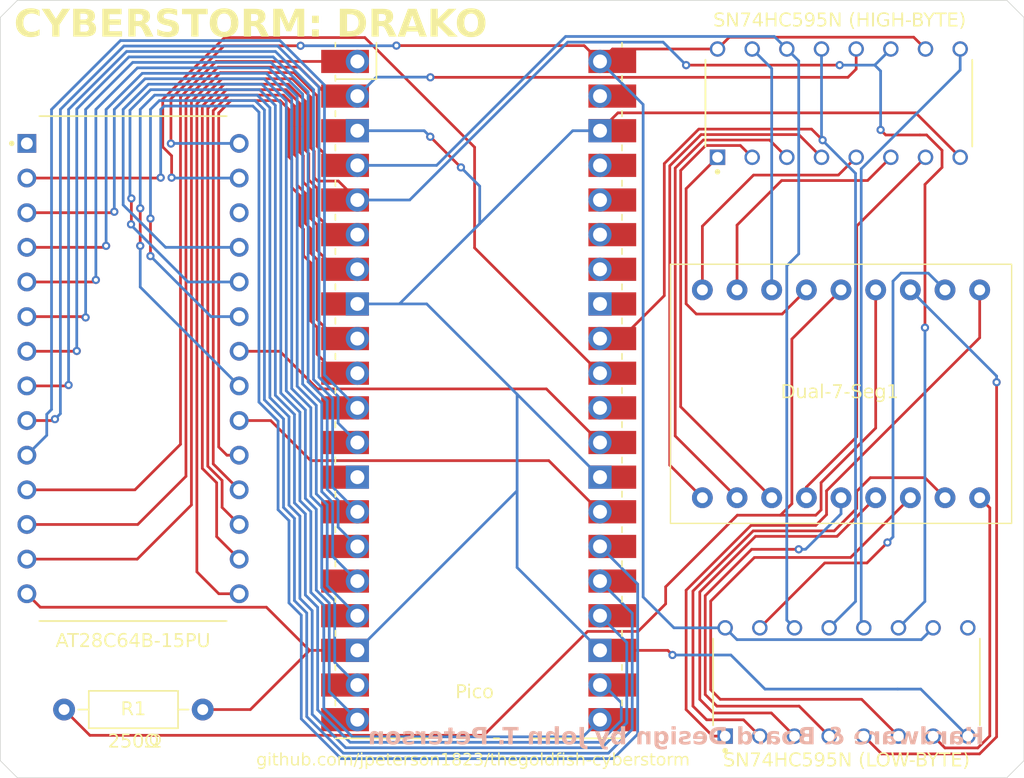
<source format=kicad_pcb>
(kicad_pcb (version 20240108) (generator "pcbnew") (generator_version "8.0")
  (title_block (title "Drako Hardware Challenge") (date "2025-04-21") (rev "2") (comment 1 "Drako Footprint") (comment 2 "CyberStorm 2025"))
  (layers (0 "F.Cu" signal) (31 "B.Cu" signal) (34 "B.Paste" user) (35 "F.Paste" user) (36 "B.SilkS" user "B.Silkscreen") (37 "F.SilkS" user "F.Silkscreen") (38 "B.Mask" user) (39 "F.Mask" user) (44 "Edge.Cuts" user))
  (net 0 "")
  (net 1 "Net-(U1-VBUS)")
  (net 4 "Net-(U1-GPIO27_ADC1)")
  (net 8 "Net-(U2-GND)")
  (net 12 "Net-(Dual-7-Seg1-A_{2})")
  (net 13 "Net-(Dual-7-Seg1-F_{1})")
  (net 14 "Net-(Dual-7-Seg1-B_{2})")
  (net 15 "Net-(Dual-7-Seg1-E_{2})")
  (net 16 "Net-(Dual-7-Seg1-G_{2})")
  (net 17 "Net-(Dual-7-Seg1-DP_{1})")
  (net 18 "Net-(Dual-7-Seg1-GND_{1})")
  (net 19 "Net-(Dual-7-Seg1-A_{1})")
  (net 20 "Net-(Dual-7-Seg1-DP_{2})")
  (net 22 "Net-(Dual-7-Seg1-E_{1})")
  (net 23 "Net-(Dual-7-Seg1-C_{2})")
  (net 24 "Net-(Dual-7-Seg1-B_{1})")
  (net 25 "Net-(Dual-7-Seg1-D_{2})")
  (net 26 "Net-(Dual-7-Seg1-D_{1})")
  (net 27 "Net-(Dual-7-Seg1-F_{2})")
  (net 28 "Net-(Dual-7-Seg1-G_{1})")
  (net 29 "/DATA6")
  (net 30 "/DATA0")
  (net 31 "/DATA2")
  (net 32 "/DATA1")
  (net 33 "/DATA4")
  (net 34 "/DATA3")
  (net 35 "/DATA7")
  (net 36 "/DATA5")
  (net 37 "/A1")
  (net 38 "/A5")
  (net 39 "/A12")
  (net 40 "/A7")
  (net 41 "/A3")
  (net 42 "/A11")
  (net 43 "/A9")
  (net 44 "/A10")
  (net 45 "/A8")
  (net 46 "/A0")
  (net 47 "/A2")
  (net 48 "/A4")
  (net 49 "/A6")
  (net 50 "Net-(U1-GPIO26_ADC0)")
  (net 51 "Net-(U1-GPIO21)")
  (net 52 "Net-(U1-GPIO22)")
  (net 53 "Net-(U3-QH')")
  (net 54 "Net-(Dual-7-Seg1-C_{1})")
  (footprint "Resistor_THT:R_Axial_DIN0207_L6.3mm_D2.5mm_P10.16mm_Horizontal" (layer "F.Cu") (at 80.67 99.25)
    (property "Reference" "R1" (hide yes))
    (property "Value" "250Ω")
  )
  (footprint "SN74HC595N:DIP794W45P254L1969H508Q16" (layer "F.Cu") (at 137.44 54.7875 90)
    (property "Reference" "U3" (hide yes))
    (property "Value" "SN74HC595N (HIGH-BYTE)")
  )
  (footprint "AT28C64B-15PU:DIP1555W45P254L3733H482Q28" (layer "F.Cu") (at 85.72125 74.25)
    (property "Reference" "U2" (hide yes))
    (property "Value" "AT28C64B-15PU")
  )
  (footprint "SN74HC595N:DIP794W45P254L1969H508Q16" (layer "F.Cu") (at 138 97.2275 90)
    (property "Reference" "U4" (hide yes))
    (property "Value" "SN74HC595N (LOW-BYTE)")
  )
  (footprint "MCU_RaspberryPi_and_Boards:RPi_Pico_SMD_TH" (layer "F.Cu") (at 111.05 75.86)
    (property "Reference" "U1" (hide yes))
    (property "Value" "Pico")
  )
  (footprint "LDD-C514RI:LDD-C514RI" (layer "F.Cu") (at 125.1 66.6)
    (property "Reference" "Dual-7-Seg1")
    (property "Value" "~" (hide yes))
  )
  (gr_line (start 76 48.5) (end 77.25 47.25) (stroke (width 0.05)) (layer "Edge.Cuts"))
  (gr_line (start 76 103) (end 77.25 104.25) (stroke (width 0.05)) (layer "Edge.Cuts"))
  (gr_line (start 77.25 104.25) (end 149.75 104.25) (stroke (width 0.05)) (layer "Edge.Cuts"))
  (gr_line (start 149.75 47.25) (end 77.25 47.25) (stroke (width 0.05)) (layer "Edge.Cuts"))
  (gr_line (start 151 103) (end 151 48.5) (stroke (width 0.05)) (layer "Edge.Cuts"))
  (gr_line (start 76 48.5) (end 76 103) (stroke (width 0.05)) (layer "Edge.Cuts"))
  (gr_line (start 149.75 47.25) (end 151 48.5) (stroke (width 0.05)) (layer "Edge.Cuts"))
  (gr_line (start 149.75 104.25) (end 151 103) (stroke (width 0.05)) (layer "Edge.Cuts"))
  (gr_text "Hardware & Board Design by John T. Peterson" (at 148.095 102.0125 0) (layer "B.SilkS") (effects (font (size 1.25 1.25) (thickness 0.2) (bold yes)) (justify left bottom mirror)))
  (gr_text "Ω" (at 86.775738 102.101017 0) (layer "F.SilkS") (effects (font (size 0.9 0.9) (thickness 0.1)) (justify left bottom)))
  (gr_text "github.com/jpeterson1823/thegoldfish-cyberstorm" (at 94.75 103.5 0) (layer "F.SilkS") (effects (font (size 0.9 0.9) (thickness 0.1)) (justify left bottom)))
  (gr_text "CYBERSTORM: DRAKO" (at 77 50.25 0) (layer "F.SilkS") (effects (font (size 2 2) (thickness 0.2) (bold yes) (italic yes)) (justify left bottom)))
  (segment (start 142.925 49.9525) (end 143.79 50.8175) (width 0.2) (layer "F.Cu") (net 1))
  (segment (start 105.019942 50.569404) (end 118.779404 50.569404) (width 0.2) (layer "F.Cu") (net 1))
  (segment (start 120.8525 50.8175) (end 128.55 50.8175) (width 0.2) (layer "F.Cu") (net 1))
  (segment (start 98 50.58) (end 92.394514 50.58) (width 0.2) (layer "F.Cu") (net 1))
  (segment (start 92.394514 50.58) (end 88.5 54.474514) (width 0.2) (layer "F.Cu") (net 1))
  (segment (start 88.5 54.474514) (end 88.5 57.75) (width 0.2) (layer "F.Cu") (net 1))
  (segment (start 119.94 51.73) (end 120.8525 50.8175) (width 0.2) (layer "F.Cu") (net 1))
  (segment (start 129.415 49.9525) (end 142.925 49.9525) (width 0.2) (layer "F.Cu") (net 1))
  (segment (start 118.779404 50.569404) (end 119.94 51.73) (width 0.2) (layer "F.Cu") (net 1))
  (segment (start 128.55 50.8175) (end 129.415 49.9525) (width 0.2) (layer "F.Cu") (net 1))
  (via (at 98 50.58) (size 0.6) (drill 0.3) (layers "F.Cu" "B.Cu") (net 1))
  (via (at 105.019942 50.569404) (size 0.6) (drill 0.3) (layers "F.Cu" "B.Cu") (net 1))
  (via (at 88.5 57.75) (size 0.6) (drill 0.3) (layers "F.Cu" "B.Cu") (net 1))
  (segment (start 129.11 93.2575) (end 129.975 94.1225) (width 0.2) (layer "B.Cu") (net 1))
  (segment (start 129.975 94.1225) (end 143.485 94.1225) (width 0.2) (layer "B.Cu") (net 1))
  (segment (start 125.3575 93.2575) (end 123.1 91) (width 0.2) (layer "B.Cu") (net 1))
  (segment (start 105.009346 50.58) (end 105.019942 50.569404) (width 0.2) (layer "B.Cu") (net 1))
  (segment (start 98 50.58) (end 105.009346 50.58) (width 0.2) (layer "B.Cu") (net 1))
  (segment (start 93.5 57.74) (end 88.51 57.74) (width 0.2) (layer "B.Cu") (net 1))
  (segment (start 88.51 57.74) (end 88.5 57.75) (width 0.2) (layer "B.Cu") (net 1))
  (segment (start 123.1 91) (end 123.1 54.89) (width 0.2) (layer "B.Cu") (net 1))
  (segment (start 123.1 54.89) (end 119.94 51.73) (width 0.2) (layer "B.Cu") (net 1))
  (segment (start 143.485 94.1225) (end 144.35 93.2575) (width 0.2) (layer "B.Cu") (net 1))
  (segment (start 129.11 93.2575) (end 125.3575 93.2575) (width 0.2) (layer "B.Cu") (net 1))
  (segment (start 127.176128 56.6925) (end 124.65 59.21863) (width 0.2) (layer "F.Cu") (net 4))
  (segment (start 135.4425 56.6925) (end 127.176128 56.6925) (width 0.2) (layer "F.Cu") (net 4))
  (segment (start 124.65 68.9) (end 121.5 72.05) (width 0.2) (layer "F.Cu") (net 4))
  (segment (start 124.65 59.21863) (end 124.65 68.9) (width 0.2) (layer "F.Cu") (net 4))
  (segment (start 136.25 57.5) (end 135.4425 56.6925) (width 0.2) (layer "F.Cu") (net 4))
  (segment (start 121.5 72.05) (end 119.94 72.05) (width 0.2) (layer "F.Cu") (net 4))
  (via (at 136.25 57.5) (size 0.6) (drill 0.3) (layers "F.Cu" "B.Cu") (net 4))
  (segment (start 136.73 93.2575) (end 138.662 91.3255) (width 0.2) (layer "B.Cu") (net 4))
  (segment (start 136.25 57.5) (end 136.17 57.42) (width 0.2) (layer "B.Cu") (net 4))
  (segment (start 138.662 59.932795) (end 136.25 57.520795) (width 0.2) (layer "B.Cu") (net 4))
  (segment (start 136.25 57.520795) (end 136.25 57.5) (width 0.2) (layer "B.Cu") (net 4))
  (segment (start 136.229205 57.5) (end 136.17 57.440795) (width 0.2) (layer "B.Cu") (net 4))
  (segment (start 136.17 57.42) (end 136.17 50.8175) (width 0.2) (layer "B.Cu") (net 4))
  (segment (start 136.25 57.5) (end 136.229205 57.5) (width 0.2) (layer "B.Cu") (net 4))
  (segment (start 138.662 91.3255) (end 138.662 59.932795) (width 0.2) (layer "B.Cu") (net 4))
  (segment (start 94.32 99.25) (end 90.83 99.25) (width 0.2) (layer "F.Cu") (net 8))
  (segment (start 124.91 94.91) (end 119.94 94.91) (width 0.2) (layer "F.Cu") (net 8))
  (segment (start 95.499 91.749) (end 98.66 94.91) (width 0.2) (layer "F.Cu") (net 8))
  (segment (start 78.9315 91.749) (end 95.499 91.749) (width 0.2) (layer "F.Cu") (net 8))
  (segment (start 98.66 94.91) (end 94.32 99.25) (width 0.2) (layer "F.Cu") (net 8))
  (segment (start 98.66 94.91) (end 102.16 94.91) (width 0.2) (layer "F.Cu") (net 8))
  (segment (start 119.94 56.81) (end 121.25 55.5) (width 0.2) (layer "F.Cu") (net 8))
  (segment (start 107.5 57.25) (end 109.75 59.5) (width 0.2) (layer "F.Cu") (net 8))
  (segment (start 77.9425 90.76) (end 78.9315 91.749) (width 0.2) (layer "F.Cu") (net 8))
  (segment (start 125.25 95.25) (end 124.91 94.91) (width 0.2) (layer "F.Cu") (net 8))
  (segment (start 143.0725 55.5) (end 146.33 58.7575) (width 0.2) (layer "F.Cu") (net 8))
  (segment (start 121.25 55.5) (end 143.0725 55.5) (width 0.2) (layer "F.Cu") (net 8))
  (via (at 125.25 95.25) (size 0.6) (drill 0.3) (layers "F.Cu" "B.Cu") (net 8))
  (via (at 107.5 57.25) (size 0.6) (drill 0.3) (layers "F.Cu" "B.Cu") (net 8))
  (via (at 109.75 59.5) (size 0.6) (drill 0.3) (layers "F.Cu" "B.Cu") (net 8))
  (segment (start 109.75 59.5) (end 111.125 60.875) (width 0.2) (layer "B.Cu") (net 8))
  (segment (start 105.24 69.51) (end 111.125 63.625) (width 0.2) (layer "B.Cu") (net 8))
  (segment (start 102.16 56.81) (end 107.06 56.81) (width 0.2) (layer "B.Cu") (net 8))
  (segment (start 111.125 63.625) (end 117.94 56.81) (width 0.2) (layer "B.Cu") (net 8))
  (segment (start 143.4425 97.75) (end 141.75 97.75) (width 0.2) (layer "B.Cu") (net 8))
  (segment (start 146.89 101.1975) (end 143.4425 97.75) (width 0.2) (layer "B.Cu") (net 8))
  (segment (start 129.526346 95.25) (end 125.25 95.25) (width 0.2) (layer "B.Cu") (net 8))
  (segment (start 113.865 83.205) (end 113.865 88.835) (width 0.2) (layer "B.Cu") (net 8))
  (segment (start 141.75 97.75) (end 132.026346 97.75) (width 0.2) (layer "B.Cu") (net 8))
  (segment (start 117.94 56.81) (end 119.94 56.81) (width 0.2) (layer "B.Cu") (net 8))
  (segment (start 113.865 88.835) (end 119.94 94.91) (width 0.2) (layer "B.Cu") (net 8))
  (segment (start 105.24 69.51) (end 107.24 69.51) (width 0.2) (layer "B.Cu") (net 8))
  (segment (start 107.06 56.81) (end 107.5 57.25) (width 0.2) (layer "B.Cu") (net 8))
  (segment (start 132.026346 97.75) (end 129.526346 95.25) (width 0.2) (layer "B.Cu") (net 8))
  (segment (start 107.24 69.51) (end 113.865 76.135) (width 0.2) (layer "B.Cu") (net 8))
  (segment (start 113.865 83.205) (end 113.865 76.135) (width 0.2) (layer "B.Cu") (net 8))
  (segment (start 113.865 76.135) (end 119.94 82.21) (width 0.2) (layer "B.Cu") (net 8))
  (segment (start 102.16 94.91) (end 113.865 83.205) (width 0.2) (layer "B.Cu") (net 8))
  (segment (start 111.125 60.875) (end 111.125 63.625) (width 0.2) (layer "B.Cu") (net 8))
  (segment (start 102.16 69.51) (end 105.24 69.51) (width 0.2) (layer "B.Cu") (net 8))
  (segment (start 139.5 88.5) (end 141 87) (width 0.2) (layer "F.Cu") (net 12))
  (segment (start 136.4075 88.5) (end 139.5 88.5) (width 0.2) (layer "F.Cu") (net 12))
  (segment (start 131.65 93.2575) (end 136.4075 88.5) (width 0.2) (layer "F.Cu") (net 12))
  (via (at 141 87) (size 0.6) (drill 0.3) (layers "F.Cu" "B.Cu") (net 12))
  (segment (start 142 67.25) (end 143.99 67.25) (width 0.2) (layer "B.Cu") (net 12))
  (segment (start 141 87) (end 141.407159 86.592841) (width 0.2) (layer "B.Cu") (net 12))
  (segment (start 141.407159 67.842841) (end 142 67.25) (width 0.2) (layer "B.Cu") (net 12))
  (segment (start 143.99 67.25) (end 145.22 68.48) (width 0.2) (layer "B.Cu") (net 12))
  (segment (start 141.407159 86.592841) (end 141.407159 67.842841) (width 0.2) (layer "B.Cu") (net 12))
  (segment (start 131.188407 60.061593) (end 127.44 63.81) (width 0.2) (layer "F.Cu") (net 13))
  (segment (start 138.71 58.7575) (end 137.405907 60.061593) (width 0.2) (layer "F.Cu") (net 13))
  (segment (start 127.44 63.81) (end 127.44 68.48) (width 0.2) (layer "F.Cu") (net 13))
  (segment (start 137.405907 60.061593) (end 131.188407 60.061593) (width 0.2) (layer "F.Cu") (net 13))
  (segment (start 136.538 84.962) (end 136.538 83.212) (width 0.2) (layer "F.Cu") (net 14))
  (segment (start 129.11 101.1975) (end 128.1975 101.1975) (width 0.2) (layer "F.Cu") (net 14))
  (segment (start 136.538 83.212) (end 147.76 71.99) (width 0.2) (layer "F.Cu") (net 14))
  (segment (start 147.76 71.99) (end 147.76 68.48) (width 0.2) (layer "F.Cu") (net 14))
  (segment (start 126.25 99.25) (end 126.25 90.5) (width 0.2) (layer "F.Cu") (net 14))
  (segment (start 135.75 85.75) (end 136.538 84.962) (width 0.2) (layer "F.Cu") (net 14))
  (segment (start 126.25 90.5) (end 131 85.75) (width 0.2) (layer "F.Cu") (net 14))
  (segment (start 131 85.75) (end 135.75 85.75) (width 0.2) (layer "F.Cu") (net 14))
  (segment (start 128.1975 101.1975) (end 126.25 99.25) (width 0.2) (layer "F.Cu") (net 14))
  (segment (start 134.5325 99) (end 128.5 99) (width 0.2) (layer "F.Cu") (net 15))
  (segment (start 128.5 99) (end 127.65 98.15) (width 0.2) (layer "F.Cu") (net 15))
  (segment (start 127.65 98.15) (end 127.65 90.9) (width 0.2) (layer "F.Cu") (net 15))
  (segment (start 136.73 101.1975) (end 134.5325 99) (width 0.2) (layer "F.Cu") (net 15))
  (segment (start 131.05 87.5) (end 134.5 87.5) (width 0.2) (layer "F.Cu") (net 15))
  (segment (start 127.65 90.9) (end 131.05 87.5) (width 0.2) (layer "F.Cu") (net 15))
  (via (at 134.5 87.5) (size 0.6) (drill 0.3) (layers "F.Cu" "B.Cu") (net 15))
  (segment (start 134.5 87.5) (end 135 87.5) (width 0.2) (layer "B.Cu") (net 15))
  (segment (start 137.6 84.9) (end 137.6 83.72) (width 0.2) (layer "B.Cu") (net 15))
  (segment (start 135 87.5) (end 137.6 84.9) (width 0.2) (layer "B.Cu") (net 15))
  (segment (start 138.3 88.1) (end 142.68 83.72) (width 0.2) (layer "F.Cu") (net 16))
  (segment (start 139.1125 98.5) (end 128.75 98.5) (width 0.2) (layer "F.Cu") (net 16))
  (segment (start 141.81 101.1975) (end 139.1125 98.5) (width 0.2) (layer "F.Cu") (net 16))
  (segment (start 128.05 91.3) (end 131.25 88.1) (width 0.2) (layer "F.Cu") (net 16))
  (segment (start 128.75 98.5) (end 128.05 97.8) (width 0.2) (layer "F.Cu") (net 16))
  (segment (start 131.25 88.1) (end 138.3 88.1) (width 0.2) (layer "F.Cu") (net 16))
  (segment (start 128.05 97.8) (end 128.05 91.3) (width 0.2) (layer "F.Cu") (net 16))
  (segment (start 143.79 58.7575) (end 138.75 63.7975) (width 0.2) (layer "F.Cu") (net 17))
  (segment (start 135.06 82.94) (end 135.06 83.72) (width 0.2) (layer "F.Cu") (net 17))
  (segment (start 138.75 63.7975) (end 138.75 79.25) (width 0.2) (layer "F.Cu") (net 17))
  (segment (start 138.75 79.25) (end 135.06 82.94) (width 0.2) (layer "F.Cu") (net 17))
  (segment (start 133.998 84.159895) (end 133.998 72.082) (width 0.2) (layer "F.Cu") (net 18))
  (segment (start 124.75 90.25) (end 130 85) (width 0.2) (layer "F.Cu") (net 18))
  (segment (start 130 85) (end 133.157895 85) (width 0.2) (layer "F.Cu") (net 18))
  (segment (start 124.75 91.5) (end 124.75 90.25) (width 0.2) (layer "F.Cu") (net 18))
  (segment (start 136.138 84.612) (end 136.138 82.612) (width 0.2) (layer "F.Cu") (net 18))
  (segment (start 122.73 93.52) (end 124.75 91.5) (width 0.2) (layer "F.Cu") (net 18))
  (segment (start 135.75 85) (end 136.138 84.612) (width 0.2) (layer "F.Cu") (net 18))
  (segment (start 140.14 78.61) (end 140.14 68.48) (width 0.2) (layer "F.Cu") (net 18))
  (segment (start 119.03 93.52) (end 122.73 93.52) (width 0.2) (layer "F.Cu") (net 18))
  (segment (start 133.157895 85) (end 135.75 85) (width 0.2) (layer "F.Cu") (net 18))
  (segment (start 111.41 101.14) (end 119.03 93.52) (width 0.2) (layer "F.Cu") (net 18))
  (segment (start 80.67 99.25) (end 82.56 101.14) (width 0.2) (layer "F.Cu") (net 18))
  (segment (start 133.998 72.082) (end 137.6 68.48) (width 0.2) (layer "F.Cu") (net 18))
  (segment (start 82.56 101.14) (end 111.41 101.14) (width 0.2) (layer "F.Cu") (net 18))
  (segment (start 136.138 82.612) (end 140.14 78.61) (width 0.2) (layer "F.Cu") (net 18))
  (segment (start 133.157895 85) (end 133.998 84.159895) (width 0.2) (layer "F.Cu") (net 18))
  (segment (start 131.09 50.8175) (end 132.52 52.2475) (width 0.2) (layer "B.Cu") (net 19))
  (segment (start 132.52 52.2475) (end 132.52 68.48) (width 0.2) (layer "B.Cu") (net 19))
  (segment (start 148.5 84.46) (end 147.76 83.72) (width 0.2) (layer "F.Cu") (net 20))
  (segment (start 144.35 101.1975) (end 145.215 102.0625) (width 0.2) (layer "F.Cu") (net 20))
  (segment (start 148.5 101.184314) (end 148.5 84.46) (width 0.2) (layer "F.Cu") (net 20))
  (segment (start 147.621814 102.0625) (end 148.5 101.184314) (width 0.2) (layer "F.Cu") (net 20))
  (segment (start 145.215 102.0625) (end 147.621814 102.0625) (width 0.2) (layer "F.Cu") (net 20))
  (segment (start 136.17 58.7575) (end 134.505 57.0925) (width 0.2) (layer "F.Cu") (net 22))
  (segment (start 127.341814 57.0925) (end 125.05 59.384315) (width 0.2) (layer "F.Cu") (net 22))
  (segment (start 125.05 59.384315) (end 125.05 81.33) (width 0.2) (layer "F.Cu") (net 22))
  (segment (start 134.505 57.0925) (end 127.341814 57.0925) (width 0.2) (layer "F.Cu") (net 22))
  (segment (start 125.05 81.33) (end 127.44 83.72) (width 0.2) (layer "F.Cu") (net 22))
  (segment (start 137.1 86.15) (end 138.75 84.5) (width 0.2) (layer "F.Cu") (net 23))
  (segment (start 126.75 90.565686) (end 131.165686 86.15) (width 0.2) (layer "F.Cu") (net 23))
  (segment (start 131.65 101.1975) (end 130.4525 100) (width 0.2) (layer "F.Cu") (net 23))
  (segment (start 131.165686 86.15) (end 137.1 86.15) (width 0.2) (layer "F.Cu") (net 23))
  (segment (start 138.75 84.5) (end 138.75 83.25) (width 0.2) (layer "F.Cu") (net 23))
  (segment (start 130.4525 100) (end 127.75 100) (width 0.2) (layer "F.Cu") (net 23))
  (segment (start 138.75 83.25) (end 139.75 82.25) (width 0.2) (layer "F.Cu") (net 23))
  (segment (start 127.75 100) (end 126.75 99) (width 0.2) (layer "F.Cu") (net 23))
  (segment (start 126.75 99) (end 126.75 90.565686) (width 0.2) (layer "F.Cu") (net 23))
  (segment (start 143.75 82.25) (end 145.22 83.72) (width 0.2) (layer "F.Cu") (net 23))
  (segment (start 139.75 82.25) (end 143.75 82.25) (width 0.2) (layer "F.Cu") (net 23))
  (segment (start 126.25 69.5) (end 127 70.25) (width 0.2) (layer "F.Cu") (net 24))
  (segment (start 128.55 58.7575) (end 126.25 61.0575) (width 0.2) (layer "F.Cu") (net 24))
  (segment (start 127 70.25) (end 133.29 70.25) (width 0.2) (layer "F.Cu") (net 24))
  (segment (start 133.29 70.25) (end 135.06 68.48) (width 0.2) (layer "F.Cu") (net 24))
  (segment (start 126.25 61.0575) (end 126.25 69.5) (width 0.2) (layer "F.Cu") (net 24))
  (segment (start 134.19 101.1975) (end 132.4925 99.5) (width 0.2) (layer "F.Cu") (net 25))
  (segment (start 127.25 98.5) (end 127.25 90.631372) (width 0.2) (layer "F.Cu") (net 25))
  (segment (start 131.331372 86.55) (end 137.31 86.55) (width 0.2) (layer "F.Cu") (net 25))
  (segment (start 132.4925 99.5) (end 128.25 99.5) (width 0.2) (layer "F.Cu") (net 25))
  (segment (start 127.25 90.631372) (end 131.331372 86.55) (width 0.2) (layer "F.Cu") (net 25))
  (segment (start 128.25 99.5) (end 127.25 98.5) (width 0.2) (layer "F.Cu") (net 25))
  (segment (start 137.31 86.55) (end 140.14 83.72) (width 0.2) (layer "F.Cu") (net 25))
  (segment (start 132.365 57.4925) (end 127.5075 57.4925) (width 0.2) (layer "F.Cu") (net 26))
  (segment (start 125.45 79.19) (end 129.98 83.72) (width 0.2) (layer "F.Cu") (net 26))
  (segment (start 125.45 59.55) (end 125.45 79.19) (width 0.2) (layer "F.Cu") (net 26))
  (segment (start 127.5075 57.4925) (end 125.45 59.55) (width 0.2) (layer "F.Cu") (net 26))
  (segment (start 133.63 58.7575) (end 132.365 57.4925) (width 0.2) (layer "F.Cu") (net 26))
  (segment (start 140.5725 102.5) (end 147 102.5) (width 0.2) (layer "F.Cu") (net 27))
  (segment (start 147.75 102.5) (end 149 101.25) (width 0.2) (layer "F.Cu") (net 27))
  (segment (start 139.27 101.1975) (end 140.5725 102.5) (width 0.2) (layer "F.Cu") (net 27))
  (segment (start 149 101.25) (end 149 75.25) (width 0.2) (layer "F.Cu") (net 27))
  (segment (start 147 102.5) (end 147.75 102.5) (width 0.2) (layer "F.Cu") (net 27))
  (via (at 149 75.25) (size 0.6) (drill 0.3) (layers "F.Cu" "B.Cu") (net 27))
  (segment (start 149 75.25) (end 149 74.8) (width 0.2) (layer "B.Cu") (net 27))
  (segment (start 149 74.8) (end 142.68 68.48) (width 0.2) (layer "B.Cu") (net 27))
  (segment (start 139.545907 60.461593) (end 133.25 60.461593) (width 0.2) (layer "F.Cu") (net 28))
  (segment (start 129.98 63.731593) (end 129.98 68.48) (width 0.2) (layer "F.Cu") (net 28))
  (segment (start 133.25 60.461593) (end 129.98 63.731593) (width 0.2) (layer "F.Cu") (net 28))
  (segment (start 141.25 58.7575) (end 139.545907 60.461593) (width 0.2) (layer "F.Cu") (net 28))
  (segment (start 98.75 64) (end 98.35 63.6) (width 0.2) (layer "F.Cu") (net 29))
  (segment (start 92.734314 54.2) (end 91.6 55.334314) (width 0.2) (layer "F.Cu") (net 29))
  (segment (start 98.35 63.6) (end 98.35 61.4) (width 0.2) (layer "F.Cu") (net 29))
  (segment (start 96.75 54.2) (end 92.734314 54.2) (width 0.2) (layer "F.Cu") (net 29))
  (segment (start 91.6 55.334314) (end 91.6 81.24) (width 0.2) (layer "F.Cu") (net 29))
  (segment (start 97.55 58.562741) (end 97.55 55) (width 0.2) (layer "F.Cu") (net 29))
  (segment (start 99.21 66.25) (end 98.75 65.79) (width 0.2) (layer "F.Cu") (net 29))
  (segment (start 100.6 72.05) (end 99.21 70.66) (width 0.2) (layer "F.Cu") (net 29))
  (segment (start 97.75 60.8) (end 97.75 58.762741) (width 0.2) (layer "F.Cu") (net 29))
  (segment (start 91.6 81.24) (end 93.5 83.14) (width 0.2) (layer "F.Cu") (net 29))
  (segment (start 97.55 55) (end 96.75 54.2) (width 0.2) (layer "F.Cu") (net 29))
  (segment (start 98.35 61.4) (end 97.75 60.8) (width 0.2) (layer "F.Cu") (net 29))
  (segment (start 97.75 58.762741) (end 97.55 58.562741) (width 0.2) (layer "F.Cu") (net 29))
  (segment (start 102.16 72.05) (end 100.6 72.05) (width 0.2) (layer "F.Cu") (net 29))
  (segment (start 98.75 65.79) (end 98.75 64) (width 0.2) (layer "F.Cu") (net 29))
  (segment (start 99.21 70.66) (end 99.21 66.25) (width 0.2) (layer "F.Cu") (net 29))
  (segment (start 85.86 83.14) (end 89.2 79.8) (width 0.2) (layer "F.Cu") (net 30))
  (segment (start 77.9425 83.14) (end 85.86 83.14) (width 0.2) (layer "F.Cu") (net 30))
  (segment (start 89.2 54.340199) (end 91.810199 51.73) (width 0.2) (layer "F.Cu") (net 30))
  (segment (start 89.2 79.8) (end 89.2 54.340199) (width 0.2) (layer "F.Cu") (net 30))
  (segment (start 91.810199 51.73) (end 102.16 51.73) (width 0.2) (layer "F.Cu") (net 30))
  (segment (start 90 54.671571) (end 92.121571 52.55) (width 0.2) (layer "F.Cu") (net 31))
  (segment (start 97.51 52.55) (end 99.21 54.25) (width 0.2) (layer "F.Cu") (net 31))
  (segment (start 99.21 57.96) (end 100.6 59.35) (width 0.2) (layer "F.Cu") (net 31))
  (segment (start 86.03 88.22) (end 90 84.25) (width 0.2) (layer "F.Cu") (net 31))
  (segment (start 100.6 59.35) (end 102.16 59.35) (width 0.2) (layer "F.Cu") (net 31))
  (segment (start 92.121571 52.55) (end 97.51 52.55) (width 0.2) (layer "F.Cu") (net 31))
  (segment (start 99.21 54.25) (end 99.21 57.96) (width 0.2) (layer "F.Cu") (net 31))
  (segment (start 90 84.25) (end 90 54.671571) (width 0.2) (layer "F.Cu") (net 31))
  (segment (start 77.9425 88.22) (end 86.03 88.22) (width 0.2) (layer "F.Cu") (net 31))
  (segment (start 133.625 92.6925) (end 133.625 66.713) (width 0.2) (layer "B.Cu") (net 31))
  (segment (start 134.19 93.2575) (end 133.625 92.6925) (width 0.2) (layer "B.Cu") (net 31))
  (segment (start 133.625 66.713) (end 134.5 65.838) (width 0.2) (layer "B.Cu") (net 31))
  (segment (start 134.5 65.838) (end 134.5 51.6875) (width 0.2) (layer "B.Cu") (net 31))
  (segment (start 134.5 51.6875) (end 133.63 50.8175) (width 0.2) (layer "B.Cu") (net 31))
  (segment (start 117.415686 49.9) (end 107.965686 59.35) (width 0.2) (layer "B.Cu") (net 31))
  (segment (start 107.965686 59.35) (end 102.16 59.35) (width 0.2) (layer "B.Cu") (net 31))
  (segment (start 133.63 50.8175) (end 132.7125 49.9) (width 0.2) (layer "B.Cu") (net 31))
  (segment (start 132.7125 49.9) (end 117.415686 49.9) (width 0.2) (layer "B.Cu") (net 31))
  (segment (start 89.6 82.15) (end 89.6 54.505885) (width 0.2) (layer "F.Cu") (net 32))
  (segment (start 91.955886 52.15) (end 97.9 52.15) (width 0.2) (layer "F.Cu") (net 32))
  (segment (start 77.9425 85.68) (end 86.07 85.68) (width 0.2) (layer "F.Cu") (net 32))
  (segment (start 138.105605 52.894395) (end 138.71 52.29) (width 0.2) (layer "F.Cu") (net 32))
  (segment (start 97.9 52.15) (end 100.02 54.27) (width 0.2) (layer "F.Cu") (net 32))
  (segment (start 107.510172 52.894395) (end 138.105605 52.894395) (width 0.2) (layer "F.Cu") (net 32))
  (segment (start 100.02 54.27) (end 102.16 54.27) (width 0.2) (layer "F.Cu") (net 32))
  (segment (start 89.6 54.505885) (end 91.955886 52.15) (width 0.2) (layer "F.Cu") (net 32))
  (segment (start 138.71 52.29) (end 138.71 50.8175) (width 0.2) (layer "F.Cu") (net 32))
  (segment (start 86.07 85.68) (end 89.6 82.15) (width 0.2) (layer "F.Cu") (net 32))
  (via (at 107.510172 52.894395) (size 0.6) (drill 0.3) (layers "F.Cu" "B.Cu") (net 32))
  (segment (start 107.495777 52.88) (end 107.510172 52.894395) (width 0.2) (layer "B.Cu") (net 32))
  (segment (start 103.55 52.88) (end 107.495777 52.88) (width 0.2) (layer "B.Cu") (net 32))
  (segment (start 102.16 54.27) (end 103.55 52.88) (width 0.2) (layer "B.Cu") (net 32))
  (segment (start 98.6 58.481372) (end 98.6 60.415685) (width 0.2) (layer "F.Cu") (net 33))
  (segment (start 93.5 88.22) (end 91.85 86.57) (width 0.2) (layer "F.Cu") (net 33))
  (segment (start 91.85 86.57) (end 91.85 82.621372) (width 0.2) (layer "F.Cu") (net 33))
  (segment (start 92.402943 53.4) (end 97.1 53.4) (width 0.2) (layer "F.Cu") (net 33))
  (segment (start 99.21 63.04) (end 100.6 64.43) (width 0.2) (layer "F.Cu") (net 33))
  (segment (start 90.8 81.571371) (end 90.8 55.002943) (width 0.2) (layer "F.Cu") (net 33))
  (segment (start 100.6 64.43) (end 102.16 64.43) (width 0.2) (layer "F.Cu") (net 33))
  (segment (start 97.1 53.4) (end 98.35 54.65) (width 0.2) (layer "F.Cu") (net 33))
  (segment (start 90.8 55.002943) (end 92.402943 53.4) (width 0.2) (layer "F.Cu") (net 33))
  (segment (start 99.21 61) (end 99.21 63.04) (width 0.2) (layer "F.Cu") (net 33))
  (segment (start 99.184315 61) (end 99.21 61) (width 0.2) (layer "F.Cu") (net 33))
  (segment (start 91.85 82.621372) (end 90.8 81.571371) (width 0.2) (layer "F.Cu") (net 33))
  (segment (start 98.35 54.65) (end 98.35 58.231371) (width 0.2) (layer "F.Cu") (net 33))
  (segment (start 98.35 58.231371) (end 98.6 58.481372) (width 0.2) (layer "F.Cu") (net 33))
  (segment (start 98.6 60.415685) (end 99.184315 61) (width 0.2) (layer "F.Cu") (net 33))
  (segment (start 143.75 60.75) (end 145 59.5) (width 0.2) (layer "F.Cu") (net 34))
  (segment (start 145 58.25) (end 143.872102 57.122102) (width 0.2) (layer "F.Cu") (net 34))
  (segment (start 99 58.315686) (end 99 60.25) (width 0.2) (layer "F.Cu") (net 34))
  (segment (start 97.394314 53) (end 98.75 54.355686) (width 0.2) (layer "F.Cu") (net 34))
  (segment (start 99 60.25) (end 99.25 60.5) (width 0.2) (layer "F.Cu") (net 34))
  (segment (start 90.4 89.15) (end 90.4 54.837257) (width 0.2) (layer "F.Cu") (net 34))
  (segment (start 92.01 90.76) (end 90.4 89.15) (width 0.2) (layer "F.Cu") (net 34))
  (segment (start 93.5 90.76) (end 92.01 90.76) (width 0.2) (layer "F.Cu") (net 34))
  (segment (start 143.377898 57.122102) (end 140.872102 57.122102) (width 0.2) (layer "F.Cu") (net 34))
  (segment (start 92.237258 53) (end 97.394314 53) (width 0.2) (layer "F.Cu") (net 34))
  (segment (start 90.4 54.837257) (end 92.237258 53) (width 0.2) (layer "F.Cu") (net 34))
  (segment (start 98.75 54.355686) (end 98.75 58.065686) (width 0.2) (layer "F.Cu") (net 34))
  (segment (start 140.872102 57.122102) (end 140.5 56.75) (width 0.2) (layer "F.Cu") (net 34))
  (segment (start 99.25 60.5) (end 100.77 60.5) (width 0.2) (layer "F.Cu") (net 34))
  (segment (start 98.75 58.065686) (end 99 58.315686) (width 0.2) (layer "F.Cu") (net 34))
  (segment (start 143.872102 57.122102) (end 143.377898 57.122102) (width 0.2) (layer "F.Cu") (net 34))
  (segment (start 126.25 52) (end 137.5 52) (width 0.2) (layer "F.Cu") (net 34))
  (segment (start 145 59.5) (end 145 58.25) (width 0.2) (layer "F.Cu") (net 34))
  (segment (start 100.77 60.5) (end 102.16 61.89) (width 0.2) (layer "F.Cu") (net 34))
  (segment (start 143.75 71.25) (end 143.75 60.75) (width 0.2) (layer "F.Cu") (net 34))
  (via (at 143.75 71.25) (size 0.6) (drill 0.3) (layers "F.Cu" "B.Cu") (net 34))
  (via (at 137.5 52) (size 0.6) (drill 0.3) (layers "F.Cu" "B.Cu") (net 34))
  (via (at 126.25 52) (size 0.6) (drill 0.3) (layers "F.Cu" "B.Cu") (net 34))
  (via (at 140.5 56.75) (size 0.6) (drill 0.3) (layers "F.Cu" "B.Cu") (net 34))
  (segment (start 137.5 52) (end 140.0675 52) (width 0.2) (layer "B.Cu") (net 34))
  (segment (start 102.16 61.89) (end 105.991372 61.89) (width 0.2) (layer "B.Cu") (net 34))
  (segment (start 140.5 56.75) (end 140.5 52.4325) (width 0.2) (layer "B.Cu") (net 34))
  (segment (start 141.81 93.2575) (end 143.742 91.3255) (width 0.2) (layer "B.Cu") (net 34))
  (segment (start 124.565686 50.315686) (end 126.25 52) (width 0.2) (layer "B.Cu") (net 34))
  (segment (start 140.0675 52) (end 141.25 50.8175) (width 0.2) (layer "B.Cu") (net 34))
  (segment (start 105.991372 61.89) (end 117.565686 50.315686) (width 0.2) (layer "B.Cu") (net 34))
  (segment (start 143.75 71.25) (end 143.742 71.258) (width 0.2) (layer "B.Cu") (net 34))
  (segment (start 117.565686 50.315686) (end 124.565686 50.315686) (width 0.2) (layer "B.Cu") (net 34))
  (segment (start 140.5 52.4325) (end 140.0675 52) (width 0.2) (layer "B.Cu") (net 34))
  (segment (start 143.742 91.3255) (end 143.75 71.25) (width 0.2) (layer "B.Cu") (net 34))
  (segment (start 92.9 54.6) (end 92 55.5) (width 0.2) (layer "F.Cu") (net 35))
  (segment (start 92.6 80.6) (end 93.5 80.6) (width 0.2) (layer "F.Cu") (net 35))
  (segment (start 92 55.5) (end 92 80) (width 0.2) (layer "F.Cu") (net 35))
  (segment (start 92 80) (end 92.6 80.6) (width 0.2) (layer "F.Cu") (net 35))
  (segment (start 100.6 74.59) (end 99.21 73.2) (width 0.2) (layer "F.Cu") (net 35))
  (segment (start 97.35 60.965685) (end 97.35 58.928427) (width 0.2) (layer "F.Cu") (net 35))
  (segment (start 102.16 74.59) (end 100.6 74.59) (width 0.2) (layer "F.Cu") (net 35))
  (segment (start 96.5 54.6) (end 92.9 54.6) (width 0.2) (layer "F.Cu") (net 35))
  (segment (start 99.21 71.225686) (end 98.75 70.765685) (width 0.2) (layer "F.Cu") (net 35))
  (segment (start 97.95 63.765685) (end 97.95 61.565686) (width 0.2) (layer "F.Cu") (net 35))
  (segment (start 97.35 58.928427) (end 97.15 58.728426) (width 0.2) (layer "F.Cu") (net 35))
  (segment (start 98.217157 64.032843) (end 97.95 63.765685) (width 0.2) (layer "F.Cu") (net 35))
  (segment (start 97.15 55.25) (end 96.5 54.6) (width 0.2) (layer "F.Cu") (net 35))
  (segment (start 97.15 58.728426) (end 97.15 55.25) (width 0.2) (layer "F.Cu") (net 35))
  (segment (start 98.75 70.765685) (end 98.75 66.5) (width 0.2) (layer "F.Cu") (net 35))
  (segment (start 97.95 61.565686) (end 97.35 60.965685) (width 0.2) (layer "F.Cu") (net 35))
  (segment (start 99.21 73.2) (end 99.21 71.225686) (width 0.2) (layer "F.Cu") (net 35))
  (segment (start 98.75 66.5) (end 98.217157 65.967157) (width 0.2) (layer "F.Cu") (net 35))
  (segment (start 98.217157 65.967157) (end 98.217157 64.032843) (width 0.2) (layer "F.Cu") (net 35))
  (segment (start 91.2 81.405686) (end 92.25 82.455686) (width 0.2) (layer "F.Cu") (net 36))
  (segment (start 102.16 66.97) (end 100.6 66.97) (width 0.2) (layer "F.Cu") (net 36))
  (segment (start 91.2 55.168629) (end 91.2 81.405686) (width 0.2) (layer "F.Cu") (net 36))
  (segment (start 98.75 63.25) (end 98.75 61.131371) (width 0.2) (layer "F.Cu") (net 36))
  (segment (start 99.21 63.71) (end 98.75 63.25) (width 0.2) (layer "F.Cu") (net 36))
  (segment (start 97.95 54.815686) (end 96.934314 53.8) (width 0.2) (layer "F.Cu") (net 36))
  (segment (start 97.95 58.397056) (end 97.95 54.815686) (width 0.2) (layer "F.Cu") (net 36))
  (segment (start 98.2 60.58137) (end 98.2 58.647057) (width 0.2) (layer "F.Cu") (net 36))
  (segment (start 100.6 66.97) (end 99.21 65.58) (width 0.2) (layer "F.Cu") (net 36))
  (segment (start 98.2 58.647057) (end 97.95 58.397056) (width 0.2) (layer "F.Cu") (net 36))
  (segment (start 92.25 84.43) (end 93.5 85.68) (width 0.2) (layer "F.Cu") (net 36))
  (segment (start 98.75 61.131371) (end 98.2 60.58137) (width 0.2) (layer "F.Cu") (net 36))
  (segment (start 99.21 65.58) (end 99.21 63.71) (width 0.2) (layer "F.Cu") (net 36))
  (segment (start 92.568628 53.8) (end 91.2 55.168629) (width 0.2) (layer "F.Cu") (net 36))
  (segment (start 92.25 82.455686) (end 92.25 84.43) (width 0.2) (layer "F.Cu") (net 36))
  (segment (start 96.934314 53.8) (end 92.568628 53.8) (width 0.2) (layer "F.Cu") (net 36))
  (segment (start 79.8975 78.06) (end 77.9425 78.06) (width 0.2) (layer "F.Cu") (net 37))
  (segment (start 80 77.9575) (end 79.8975 78.06) (width 0.2) (layer "F.Cu") (net 37))
  (via (at 80 77.9575) (size 0.6) (drill 0.3) (layers "F.Cu" "B.Cu") (net 37))
  (segment (start 80.4 55.25) (end 80.4 77.5575) (width 0.2) (layer "B.Cu") (net 37))
  (segment (start 96.322535 50.6) (end 85.05 50.6) (width 0.2) (layer "B.Cu") (net 37))
  (segment (start 85.05 50.6) (end 80.4 55.25) (width 0.2) (layer "B.Cu") (net 37))
  (segment (start 100.75 76.285686) (end 99.35 74.885686) (width 0.2) (layer "B.Cu") (net 37))
  (segment (start 102.16 79.66) (end 100.75 78.25) (width 0.2) (layer "B.Cu") (net 37))
  (segment (start 100.75 78.25) (end 100.75 76.285686) (width 0.2) (layer "B.Cu") (net 37))
  (segment (start 99.35 74.885686) (end 99.35 53.627463) (width 0.2) (layer "B.Cu") (net 37))
  (segment (start 102.16 79.67) (end 102.16 79.66) (width 0.2) (layer "B.Cu") (net 37))
  (segment (start 80.4 77.5575) (end 80 77.9575) (width 0.2) (layer "B.Cu") (net 37))
  (segment (start 99.35 53.627463) (end 96.322535 50.6) (width 0.2) (layer "B.Cu") (net 37))
  (segment (start 83 67.75) (end 82.85 67.9) (width 0.2) (layer "F.Cu") (net 38))
  (segment (start 82.85 67.9) (end 77.9425 67.9) (width 0.2) (layer "F.Cu") (net 38))
  (via (at 83 67.75) (size 0.6) (drill 0.3) (layers "F.Cu" "B.Cu") (net 38))
  (segment (start 97.75 75.548426) (end 99.15 76.948427) (width 0.2) (layer "B.Cu") (net 38))
  (segment (start 99.95 90.16) (end 102.16 92.37) (width 0.2) (layer "B.Cu") (net 38))
  (segment (start 95.659795 52.2) (end 97.749996 54.290198) (width 0.2) (layer "B.Cu") (net 38))
  (segment (start 97.749996 54.290198) (end 97.75 56.5) (width 0.2) (layer "B.Cu") (net 38))
  (segment (start 99.15 83.437055) (end 99.95 84.237057) (width 0.2) (layer "B.Cu") (net 38))
  (segment (start 83 55.25) (end 86.05 52.2) (width 0.2) (layer "B.Cu") (net 38))
  (segment (start 99.15 76.948427) (end 99.15 83.437055) (width 0.2) (layer "B.Cu") (net 38))
  (segment (start 83 67.75) (end 83 55.25) (width 0.2) (layer "B.Cu") (net 38))
  (segment (start 99.95 84.237057) (end 99.95 90.16) (width 0.2) (layer "B.Cu") (net 38))
  (segment (start 86.05 52.2) (end 95.659795 52.2) (width 0.2) (layer "B.Cu") (net 38))
  (segment (start 97.75 56.5) (end 97.75 75.548426) (width 0.2) (layer "B.Cu") (net 38))
  (segment (start 87.75 60.25) (end 87.5 60.25) (width 0.2) (layer "F.Cu") (net 39))
  (segment (start 87.5 60.25) (end 87.47 60.28) (width 0.2) (layer "F.Cu") (net 39))
  (segment (start 87.47 60.28) (end 77.9425 60.28) (width 0.2) (layer "F.Cu") (net 39))
  (via (at 87.75 60.25) (size 0.6) (drill 0.3) (layers "F.Cu" "B.Cu") (net 39))
  (segment (start 98.05 99.93137) (end 98.05 92.331372) (width 0.2) (layer "B.Cu") (net 39))
  (segment (start 94.95 55.45) (end 94.5 55) (width 0.2) (layer "B.Cu") (net 39))
  (segment (start 122.7 101.05) (end 120.9 102.85) (width 0.2) (layer "B.Cu") (net 39))
  (segment (start 97.15 91.43137) (end 97.15 85.396852) (width 0.2) (layer "B.Cu") (net 39))
  (segment (start 96.35 78.108224) (end 94.95 76.708221) (width 0.2) (layer "B.Cu") (net 39))
  (segment (start 94.5 55) (end 88 55) (width 0.2) (layer "B.Cu") (net 39))
  (segment (start 87.75 55.25) (end 87.75 60.25) (width 0.2) (layer "B.Cu") (net 39))
  (segment (start 98.05 92.331372) (end 97.15 91.43137) (width 0.2) (layer "B.Cu") (net 39))
  (segment (start 122.7 90.05) (end 122.7 101.05) (width 0.2) (layer "B.Cu") (net 39))
  (segment (start 120.9 102.85) (end 100.968628 102.85) (width 0.2) (layer "B.Cu") (net 39))
  (segment (start 97.15 85.396852) (end 96.35 84.59685) (width 0.2) (layer "B.Cu") (net 39))
  (segment (start 119.94 87.29) (end 122.7 90.05) (width 0.2) (layer "B.Cu") (net 39))
  (segment (start 94.95 76.708221) (end 94.95 55.45) (width 0.2) (layer "B.Cu") (net 39))
  (segment (start 88 55) (end 87.75 55.25) (width 0.2) (layer "B.Cu") (net 39))
  (segment (start 96.35 84.59685) (end 96.35 78.108224) (width 0.2) (layer "B.Cu") (net 39))
  (segment (start 100.968628 102.85) (end 98.05 99.93137) (width 0.2) (layer "B.Cu") (net 39))
  (segment (start 84.35 62.75) (end 84.28 62.82) (width 0.2) (layer "F.Cu") (net 40))
  (segment (start 84.28 62.82) (end 77.9425 62.82) (width 0.2) (layer "F.Cu") (net 40))
  (via (at 84.35 62.75) (size 0.6) (drill 0.3) (layers "F.Cu" "B.Cu") (net 40))
  (segment (start 98.35 83.768425) (end 99.15 84.568426) (width 0.2) (layer "B.Cu") (net 40))
  (segment (start 95.328425 53) (end 96.949998 54.62157) (width 0.2) (layer "B.Cu") (net 40))
  (segment (start 99.15 90.49137) (end 100.1 91.441372) (width 0.2) (layer "B.Cu") (net 40))
  (segment (start 84.35 55.25) (end 86.6 53) (width 0.2) (layer "B.Cu") (net 40))
  (segment (start 98.35 77.279799) (end 98.35 83.768425) (width 0.2) (layer "B.Cu") (net 40))
  (segment (start 99.15 84.568426) (end 99.15 90.49137) (width 0.2) (layer "B.Cu") (net 40))
  (segment (start 84.35 62.75) (end 84.35 55.25) (width 0.2) (layer "B.Cu") (net 40))
  (segment (start 96.95 75.879796) (end 98.35 77.279799) (width 0.2) (layer "B.Cu") (net 40))
  (segment (start 100.1 97.93) (end 102.16 99.99) (width 0.2) (layer "B.Cu") (net 40))
  (segment (start 96.949998 54.62157) (end 96.95 75.879796) (width 0.2) (layer "B.Cu") (net 40))
  (segment (start 86.6 53) (end 95.328425 53) (width 0.2) (layer "B.Cu") (net 40))
  (segment (start 100.1 91.441372) (end 100.1 97.93) (width 0.2) (layer "B.Cu") (net 40))
  (segment (start 81.5775 72.98) (end 77.9425 72.98) (width 0.2) (layer "F.Cu") (net 41))
  (segment (start 81.6 72.9575) (end 81.5775 72.98) (width 0.2) (layer "F.Cu") (net 41))
  (via (at 81.6 72.9575) (size 0.6) (drill 0.3) (layers "F.Cu" "B.Cu") (net 41))
  (segment (start 99.95 76.617056) (end 99.95 83.105685) (width 0.2) (layer "B.Cu") (net 41))
  (segment (start 98.55 53.958835) (end 98.55 75.217056) (width 0.2) (layer "B.Cu") (net 41))
  (segment (start 81.6 72.9575) (end 81.6 55.215686) (width 0.2) (layer "B.Cu") (net 41))
  (segment (start 95.991165 51.4) (end 98.55 53.958835) (width 0.2) (layer "B.Cu") (net 41))
  (segment (start 99.95 83.105685) (end 100.75 83.905685) (width 0.2) (layer "B.Cu") (net 41))
  (segment (start 85.415686 51.4) (end 95.991165 51.4) (width 0.2) (layer "B.Cu") (net 41))
  (segment (start 100.75 83.905685) (end 100.75 85.88) (width 0.2) (layer "B.Cu") (net 41))
  (segment (start 98.55 75.217056) (end 99.95 76.617056) (width 0.2) (layer "B.Cu") (net 41))
  (segment (start 100.75 85.88) (end 102.16 87.29) (width 0.2) (layer "B.Cu") (net 41))
  (segment (start 81.6 55.215686) (end 85.415686 51.4) (width 0.2) (layer "B.Cu") (net 41))
  (segment (start 87 66) (end 87 63.25) (width 0.2) (layer "F.Cu") (net 42))
  (via (at 87 66) (size 0.6) (drill 0.3) (layers "F.Cu" "B.Cu") (net 42))
  (via (at 87 63.25) (size 0.6) (drill 0.3) (layers "F.Cu" "B.Cu") (net 42))
  (segment (start 119.94 89.83) (end 122.3 92.19) (width 0.2) (layer "B.Cu") (net 42))
  (segment (start 91.44 70.44) (end 93.5 70.44) (width 0.2) (layer "B.Cu") (net 42))
  (segment (start 98.45 99.765685) (end 98.45 92.165686) (width 0.2) (layer "B.Cu") (net 42))
  (segment (start 97.55 91.265685) (end 97.55 85.231167) (width 0.2) (layer "B.Cu") (net 42))
  (segment (start 87 55.25) (end 87 63.25) (width 0.2) (layer "B.Cu") (net 42))
  (segment (start 122.3 92.19) (end 122.3 100.7) (width 0.2) (layer "B.Cu") (net 42))
  (segment (start 96.75 77.942539) (end 95.35 76.542536) (width 0.2) (layer "B.Cu") (net 42))
  (segment (start 122.3 100.7) (end 120.55 102.45) (width 0.2) (layer "B.Cu") (net 42))
  (segment (start 95.35 76.542536) (end 95.35 55.284314) (width 0.2) (layer "B.Cu") (net 42))
  (segment (start 87.65 54.6) (end 87 55.25) (width 0.2) (layer "B.Cu") (net 42))
  (segment (start 120.55 102.45) (end 101.134314 102.45) (width 0.2) (layer "B.Cu") (net 42))
  (segment (start 94.665685 54.6) (end 87.65 54.6) (width 0.2) (layer "B.Cu") (net 42))
  (segment (start 101.134314 102.45) (end 98.45 99.765685) (width 0.2) (layer "B.Cu") (net 42))
  (segment (start 96.75 84.431165) (end 96.75 77.942539) (width 0.2) (layer "B.Cu") (net 42))
  (segment (start 87 66) (end 91.44 70.44) (width 0.2) (layer "B.Cu") (net 42))
  (segment (start 97.55 85.231167) (end 96.75 84.431165) (width 0.2) (layer "B.Cu") (net 42))
  (segment (start 98.45 92.165686) (end 97.55 91.265685) (width 0.2) (layer "B.Cu") (net 42))
  (segment (start 95.35 55.284314) (end 94.665685 54.6) (width 0.2) (layer "B.Cu") (net 42))
  (segment (start 85.6 63.65) (end 85.575735 63.674265) (width 0.2) (layer "F.Cu") (net 43))
  (segment (start 85.6 61.775001) (end 85.6 63.65) (width 0.2) (layer "F.Cu") (net 43))
  (via (at 85.6 61.775001) (size 0.6) (drill 0.3) (layers "F.Cu" "B.Cu") (net 43))
  (via (at 85.575735 63.674265) (size 0.6) (drill 0.3) (layers "F.Cu" "B.Cu") (net 43))
  (segment (start 85.575735 63.674265) (end 85.575735 63.727206) (width 0.2) (layer "B.Cu") (net 43))
  (segment (start 121.5 98.75) (end 121.5 100.056346) (width 0.2) (layer "B.Cu") (net 43))
  (segment (start 89.748529 67.9) (end 93.5 67.9) (width 0.2) (layer "B.Cu") (net 43))
  (segment (start 121.5 100.056346) (end 119.906346 101.65) (width 0.2) (layer "B.Cu") (net 43))
  (segment (start 85.575735 63.727206) (end 89.748529 67.9) (width 0.2) (layer "B.Cu") (net 43))
  (segment (start 120.2 97.45) (end 121.5 98.75) (width 0.2) (layer "B.Cu") (net 43))
  (segment (start 96.149999 54.952942) (end 94.997055 53.8) (width 0.2) (layer "B.Cu") (net 43))
  (segment (start 101.627968 101.65) (end 99.25 99.272032) (width 0.2) (layer "B.Cu") (net 43))
  (segment (start 85.5 55.315686) (end 85.5 61.675001) (width 0.2) (layer "B.Cu") (net 43))
  (segment (start 96.15 76.211166) (end 96.149999 54.952942) (width 0.2) (layer "B.Cu") (net 43))
  (segment (start 98.35 90.85) (end 98.35 84.899797) (width 0.2) (layer "B.Cu") (net 43))
  (segment (start 98.35 84.899797) (end 97.55 84.099795) (width 0.2) (layer "B.Cu") (net 43))
  (segment (start 85.5 61.675001) (end 85.6 61.775001) (width 0.2) (layer "B.Cu") (net 43))
  (segment (start 99.25 91.75) (end 98.35 90.85) (width 0.2) (layer "B.Cu") (net 43))
  (segment (start 99.25 99.272032) (end 99.25 91.75) (width 0.2) (layer "B.Cu") (net 43))
  (segment (start 87.015686 53.8) (end 85.5 55.315686) (width 0.2) (layer "B.Cu") (net 43))
  (segment (start 97.55 84.099795) (end 97.55 77.611167) (width 0.2) (layer "B.Cu") (net 43))
  (segment (start 119.906346 101.65) (end 101.627968 101.65) (width 0.2) (layer "B.Cu") (net 43))
  (segment (start 119.94 97.45) (end 120.2 97.45) (width 0.2) (layer "B.Cu") (net 43))
  (segment (start 97.55 77.611167) (end 96.15 76.211166) (width 0.2) (layer "B.Cu") (net 43))
  (segment (start 94.997055 53.8) (end 87.015686 53.8) (width 0.2) (layer "B.Cu") (net 43))
  (segment (start 86.25 62.5) (end 86.25 65.25) (width 0.2) (layer "F.Cu") (net 44))
  (via (at 86.25 65.25) (size 0.6) (drill 0.3) (layers "F.Cu" "B.Cu") (net 44))
  (via (at 86.25 62.5) (size 0.6) (drill 0.3) (layers "F.Cu" "B.Cu") (net 44))
  (segment (start 97.15 77.776853) (end 97.15 84.26548) (width 0.2) (layer "B.Cu") (net 44))
  (segment (start 98.85 99.6) (end 101.3 102.05) (width 0.2) (layer "B.Cu") (net 44))
  (segment (start 95.75 55.118628) (end 95.75 76.376851) (width 0.2) (layer "B.Cu") (net 44))
  (segment (start 86.25 62.5) (end 86.25 55.25) (width 0.2) (layer "B.Cu") (net 44))
  (segment (start 121.9 100.222032) (end 121.9 94.33) (width 0.2) (layer "B.Cu") (net 44))
  (segment (start 86.25 55.25) (end 87.3 54.2) (width 0.2) (layer "B.Cu") (net 44))
  (segment (start 97.95 85.065482) (end 97.95 91.1) (width 0.2) (layer "B.Cu") (net 44))
  (segment (start 98.85 92) (end 98.85 99.6) (width 0.2) (layer "B.Cu") (net 44))
  (segment (start 94.83137 54.2) (end 95.75 55.118628) (width 0.2) (layer "B.Cu") (net 44))
  (segment (start 121.9 94.33) (end 119.94 92.37) (width 0.2) (layer "B.Cu") (net 44))
  (segment (start 101.3 102.05) (end 120.072031 102.05) (width 0.2) (layer "B.Cu") (net 44))
  (segment (start 97.95 91.1) (end 98.85 92) (width 0.2) (layer "B.Cu") (net 44))
  (segment (start 86.25 65.25) (end 86.25 68.27) (width 0.2) (layer "B.Cu") (net 44))
  (segment (start 87.3 54.2) (end 94.83137 54.2) (width 0.2) (layer "B.Cu") (net 44))
  (segment (start 97.15 84.26548) (end 97.95 85.065482) (width 0.2) (layer "B.Cu") (net 44))
  (segment (start 120.072031 102.05) (end 121.9 100.222032) (width 0.2) (layer "B.Cu") (net 44))
  (segment (start 86.25 68.27) (end 93.5 75.52) (width 0.2) (layer "B.Cu") (net 44))
  (segment (start 95.75 76.376851) (end 97.15 77.776853) (width 0.2) (layer "B.Cu") (net 44))
  (segment (start 96.55 76.045481) (end 97.95 77.445481) (width 0.2) (layer "B.Cu") (net 45))
  (segment (start 99.7 91.607057) (end 99.7 99.156346) (width 0.2) (layer "B.Cu") (net 45))
  (segment (start 85 62.25) (end 85 55.25) (width 0.2) (layer "B.Cu") (net 45))
  (segment (start 93.5 65.36) (end 88.11 65.36) (width 0.2) (layer "B.Cu") (net 45))
  (segment (start 99.7 99.156346) (end 101.793654 101.25) (width 0.2) (layer "B.Cu") (net 45))
  (segment (start 96.549998 54.787256) (end 96.55 76.045481) (width 0.2) (layer "B.Cu") (net 45))
  (segment (start 85 55.25) (end 86.85 53.4) (width 0.2) (layer "B.Cu") (net 45))
  (segment (start 97.95 77.445481) (end 97.95 83.93411) (width 0.2) (layer "B.Cu") (net 45))
  (segment (start 95.162742 53.4) (end 96.549998 54.787256) (width 0.2) (layer "B.Cu") (net 45))
  (segment (start 88.11 65.36) (end 85 62.25) (width 0.2) (layer "B.Cu") (net 45))
  (segment (start 86.85 53.4) (end 95.162742 53.4) (width 0.2) (layer "B.Cu") (net 45))
  (segment (start 101.793654 101.25) (end 118.68 101.25) (width 0.2) (layer "B.Cu") (net 45))
  (segment (start 118.68 101.25) (end 119.94 99.99) (width 0.2) (layer "B.Cu") (net 45))
  (segment (start 98.75 90.657055) (end 99.7 91.607057) (width 0.2) (layer "B.Cu") (net 45))
  (segment (start 98.75 84.734112) (end 98.75 90.657055) (width 0.2) (layer "B.Cu") (net 45))
  (segment (start 97.95 83.93411) (end 98.75 84.734112) (width 0.2) (layer "B.Cu") (net 45))
  (segment (start 79.4 77.6) (end 79.4 79.1425) (width 0.2) (layer "B.Cu") (net 46))
  (segment (start 79.4 79.1425) (end 77.9425 80.6) (width 0.2) (layer "B.Cu") (net 46))
  (segment (start 84.8 50.2) (end 79.75 55.25) (width 0.2) (layer "B.Cu") (net 46))
  (segment (start 79.75 55.25) (end 79.75 77.25) (width 0.2) (layer "B.Cu") (net 46))
  (segment (start 102.16 77.13) (end 99.75 74.72) (width 0.2) (layer "B.Cu") (net 46))
  (segment (start 99.75 74.72) (end 99.75 53.461777) (width 0.2) (layer "B.Cu") (net 46))
  (segment (start 79.75 77.25) (end 79.4 77.6) (width 0.2) (layer "B.Cu") (net 46))
  (segment (start 96.488223 50.2) (end 84.8 50.2) (width 0.2) (layer "B.Cu") (net 46))
  (segment (start 99.75 53.461777) (end 96.488223 50.2) (width 0.2) (layer "B.Cu") (net 46))
  (segment (start 80.9375 75.52) (end 77.9425 75.52) (width 0.2) (layer "F.Cu") (net 47))
  (segment (start 81 75.4575) (end 80.9375 75.52) (width 0.2) (layer "F.Cu") (net 47))
  (via (at 81 75.4575) (size 0.6) (drill 0.3) (layers "F.Cu" "B.Cu") (net 47))
  (segment (start 100.35 76.451371) (end 100.35 82.94) (width 0.2) (layer "B.Cu") (net 47))
  (segment (start 96.156851 51) (end 85.25 51) (width 0.2) (layer "B.Cu") (net 47))
  (segment (start 81 75.4575) (end 81 55.25) (width 0.2) (layer "B.Cu") (net 47))
  (segment (start 98.95 75.051371) (end 100.35 76.451371) (width 0.2) (layer "B.Cu") (net 47))
  (segment (start 98.95 53.793149) (end 98.95 75.051371) (width 0.2) (layer "B.Cu") (net 47))
  (segment (start 85.25 51) (end 81 55.25) (width 0.2) (layer "B.Cu") (net 47))
  (segment (start 96.156851 51) (end 98.95 53.793149) (width 0.2) (layer "B.Cu") (net 47))
  (segment (start 100.35 82.94) (end 102.16 84.75) (width 0.2) (layer "B.Cu") (net 47))
  (segment (start 81.94 70.44) (end 77.9425 70.44) (width 0.2) (layer "F.Cu") (net 48))
  (segment (start 82 70.5) (end 81.94 70.44) (width 0.2) (layer "F.Cu") (net 48))
  (segment (start 82.25 70.5) (end 82 70.5) (width 0.2) (layer "F.Cu") (net 48))
  (via (at 82.25 70.5) (size 0.6) (drill 0.3) (layers "F.Cu" "B.Cu") (net 48))
  (segment (start 98.149996 54.124512) (end 98.15 56.5) (width 0.2) (layer "B.Cu") (net 48))
  (segment (start 100.35 88.02) (end 102.16 89.83) (width 0.2) (layer "B.Cu") (net 48))
  (segment (start 100.35 84.071371) (end 100.35 88.02) (width 0.2) (layer "B.Cu") (net 48))
  (segment (start 85.7 51.8) (end 82.25 55.25) (width 0.2) (layer "B.Cu") (net 48))
  (segment (start 95.82548 51.8) (end 85.7 51.8) (width 0.2) (layer "B.Cu") (net 48))
  (segment (start 95.82548 51.8) (end 98.149996 54.124512) (width 0.2) (layer "B.Cu") (net 48))
  (segment (start 99.55 76.782741) (end 99.55 83.27137) (width 0.2) (layer "B.Cu") (net 48))
  (segment (start 82.25 70.5) (end 82.25 55.25) (width 0.2) (layer "B.Cu") (net 48))
  (segment (start 98.15 75.382741) (end 99.55 76.782741) (width 0.2) (layer "B.Cu") (net 48))
  (segment (start 99.55 83.27137) (end 100.35 84.071371) (width 0.2) (layer "B.Cu") (net 48))
  (segment (start 98.15 56.5) (end 98.15 75.382741) (width 0.2) (layer "B.Cu") (net 48))
  (segment (start 83.64 65.36) (end 77.9425 65.36) (width 0.2) (layer "F.Cu") (net 49))
  (segment (start 83.75 65.25) (end 83.64 65.36) (width 0.2) (layer "F.Cu") (net 49))
  (via (at 83.75 65.25) (size 0.6) (drill 0.3) (layers "F.Cu" "B.Cu") (net 49))
  (segment (start 99.55 90.325685) (end 100.5 91.275686) (width 0.2) (layer "B.Cu") (net 49))
  (segment (start 86.399999 52.600001) (end 95.49411 52.6) (width 0.2) (layer "B.Cu") (net 49))
  (segment (start 97.35 56.5) (end 97.35 75.714111) (width 0.2) (layer "B.Cu") (net 49))
  (segment (start 97.349997 54.455884) (end 97.35 56.5) (width 0.2) (layer "B.Cu") (net 49))
  (segment (start 95.49411 52.6) (end 97.349997 54.455884) (width 0.2) (layer "B.Cu") (net 49))
  (segment (start 83.75 55.25) (end 86.399999 52.600001) (width 0.2) (layer "B.Cu") (net 49))
  (segment (start 98.75 77.114113) (end 98.75 83.60274) (width 0.2) (layer "B.Cu") (net 49))
  (segment (start 100.5 95.79) (end 102.16 97.45) (width 0.2) (layer "B.Cu") (net 49))
  (segment (start 98.75 83.60274) (end 99.55 84.40274) (width 0.2) (layer "B.Cu") (net 49))
  (segment (start 97.35 75.714111) (end 98.75 77.114113) (width 0.2) (layer "B.Cu") (net 49))
  (segment (start 83.75 65.25) (end 83.75 55.25) (width 0.2) (layer "B.Cu") (net 49))
  (segment (start 99.55 84.40274) (end 99.55 90.325685) (width 0.2) (layer "B.Cu") (net 49))
  (segment (start 100.5 91.275686) (end 100.5 95.79) (width 0.2) (layer "B.Cu") (net 49))
  (segment (start 87.9 54.508828) (end 92.428828 49.98) (width 0.2) (layer "F.Cu") (net 50))
  (segment (start 110.75 58.02) (end 110.75 65.4) (width 0.2) (layer "F.Cu") (net 50))
  (segment (start 88.550003 60.25) (end 88.550003 58.648532) (width 0.2) (layer "F.Cu") (net 50))
  (segment (start 87.9 57.998529) (end 87.9 54.508828) (width 0.2) (layer "F.Cu") (net 50))
  (segment (start 88.550003 58.648532) (end 87.9 57.998529) (width 0.2) (layer "F.Cu") (net 50))
  (segment (start 110.75 65.4) (end 119.94 74.59) (width 0.2) (layer "F.Cu") (net 50))
  (segment (start 92.428828 49.98) (end 102.71 49.98) (width 0.2) (layer "F.Cu") (net 50))
  (segment (start 102.71 49.98) (end 110.75 58.02) (width 0.2) (layer "F.Cu") (net 50))
  (via (at 88.550003 60.25) (size 0.6) (drill 0.3) (layers "F.Cu" "B.Cu") (net 50))
  (segment (start 88.580003 60.28) (end 88.550003 60.25) (width 0.2) (layer "B.Cu") (net 50))
  (segment (start 93.5 60.28) (end 88.580003 60.28) (width 0.2) (layer "B.Cu") (net 50))
  (segment (start 98.75 81) (end 116.19 81) (width 0.2) (layer "F.Cu") (net 51))
  (segment (start 116.19 81) (end 119.94 84.75) (width 0.2) (layer "F.Cu") (net 51))
  (segment (start 93.5 78.06) (end 95.81 78.06) (width 0.2) (layer "F.Cu") (net 51))
  (segment (start 95.81 78.06) (end 98.75 81) (width 0.2) (layer "F.Cu") (net 51))
  (segment (start 99.24 75.74) (end 116.01 75.74) (width 0.2) (layer "F.Cu") (net 52))
  (segment (start 93.5 72.98) (end 96.48 72.98) (width 0.2) (layer "F.Cu") (net 52))
  (segment (start 116.01 75.74) (end 119.94 79.67) (width 0.2) (layer "F.Cu") (net 52))
  (segment (start 96.48 72.98) (end 99.24 75.74) (width 0.2) (layer "F.Cu") (net 52))
  (segment (start 139.078 59.612795) (end 146.33 52.360795) (width 0.2) (layer "B.Cu") (net 53))
  (segment (start 139.078 93.0655) (end 139.078 59.612795) (width 0.2) (layer "B.Cu") (net 53))
  (segment (start 146.33 52.360795) (end 146.33 50.8175) (width 0.2) (layer "B.Cu") (net 53))
  (segment (start 139.27 93.2575) (end 139.078 93.0655) (width 0.2) (layer "B.Cu") (net 53))
  (segment (start 130.225 57.8925) (end 127.685 57.8925) (width 0.2) (layer "F.Cu") (net 54))
  (segment (start 131.09 58.7575) (end 130.225 57.8925) (width 0.2) (layer "F.Cu") (net 54))
  (segment (start 127.685 57.8925) (end 125.85 59.7275) (width 0.2) (layer "F.Cu") (net 54))
  (segment (start 125.85 77.05) (end 132.52 83.72) (width 0.2) (layer "F.Cu") (net 54))
  (segment (start 125.85 59.7275) (end 125.85 77.05) (width 0.2) (layer "F.Cu") (net 54))
)
</source>
